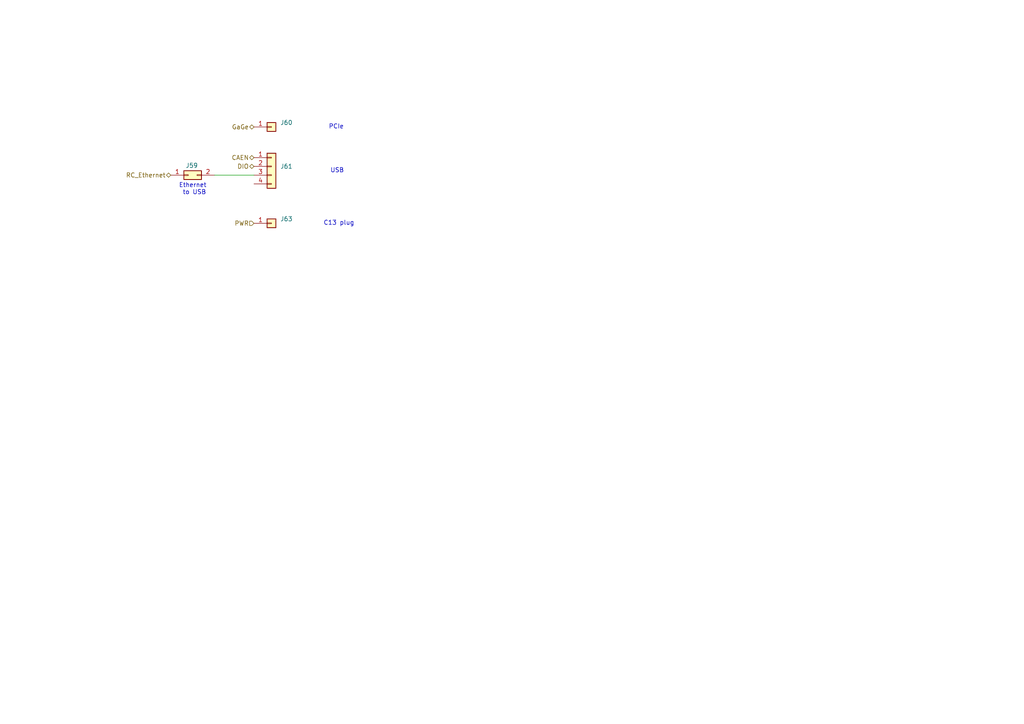
<source format=kicad_sch>
(kicad_sch
	(version 20231120)
	(generator "eeschema")
	(generator_version "8.0")
	(uuid "8cae4005-0ae3-4d84-af48-d4f809c617c9")
	(paper "A4")
	(title_block
		(title "Instrumentation wiring drawing")
		(date "2024-06-21")
		(company "SBC")
		(comment 1 "Zhiheng Sheng")
	)
	(lib_symbols
		(symbol "Connector_Generic:Conn_01x01"
			(pin_names
				(offset 1.016) hide)
			(exclude_from_sim no)
			(in_bom yes)
			(on_board yes)
			(property "Reference" "J"
				(at 0 2.54 0)
				(effects
					(font
						(size 1.27 1.27)
					)
				)
			)
			(property "Value" "Conn_01x01"
				(at 0 -2.54 0)
				(effects
					(font
						(size 1.27 1.27)
					)
				)
			)
			(property "Footprint" ""
				(at 0 0 0)
				(effects
					(font
						(size 1.27 1.27)
					)
					(hide yes)
				)
			)
			(property "Datasheet" "~"
				(at 0 0 0)
				(effects
					(font
						(size 1.27 1.27)
					)
					(hide yes)
				)
			)
			(property "Description" "Generic connector, single row, 01x01, script generated (kicad-library-utils/schlib/autogen/connector/)"
				(at 0 0 0)
				(effects
					(font
						(size 1.27 1.27)
					)
					(hide yes)
				)
			)
			(property "ki_keywords" "connector"
				(at 0 0 0)
				(effects
					(font
						(size 1.27 1.27)
					)
					(hide yes)
				)
			)
			(property "ki_fp_filters" "Connector*:*_1x??_*"
				(at 0 0 0)
				(effects
					(font
						(size 1.27 1.27)
					)
					(hide yes)
				)
			)
			(symbol "Conn_01x01_1_1"
				(rectangle
					(start -1.27 0.127)
					(end 0 -0.127)
					(stroke
						(width 0.1524)
						(type default)
					)
					(fill
						(type none)
					)
				)
				(rectangle
					(start -1.27 1.27)
					(end 1.27 -1.27)
					(stroke
						(width 0.254)
						(type default)
					)
					(fill
						(type background)
					)
				)
				(pin passive line
					(at -5.08 0 0)
					(length 3.81)
					(name "Pin_1"
						(effects
							(font
								(size 1.27 1.27)
							)
						)
					)
					(number "1"
						(effects
							(font
								(size 1.27 1.27)
							)
						)
					)
				)
			)
		)
		(symbol "Connector_Generic:Conn_01x04"
			(pin_names
				(offset 1.016) hide)
			(exclude_from_sim no)
			(in_bom yes)
			(on_board yes)
			(property "Reference" "J"
				(at 0 5.08 0)
				(effects
					(font
						(size 1.27 1.27)
					)
				)
			)
			(property "Value" "Conn_01x04"
				(at 0 -7.62 0)
				(effects
					(font
						(size 1.27 1.27)
					)
				)
			)
			(property "Footprint" ""
				(at 0 0 0)
				(effects
					(font
						(size 1.27 1.27)
					)
					(hide yes)
				)
			)
			(property "Datasheet" "~"
				(at 0 0 0)
				(effects
					(font
						(size 1.27 1.27)
					)
					(hide yes)
				)
			)
			(property "Description" "Generic connector, single row, 01x04, script generated (kicad-library-utils/schlib/autogen/connector/)"
				(at 0 0 0)
				(effects
					(font
						(size 1.27 1.27)
					)
					(hide yes)
				)
			)
			(property "ki_keywords" "connector"
				(at 0 0 0)
				(effects
					(font
						(size 1.27 1.27)
					)
					(hide yes)
				)
			)
			(property "ki_fp_filters" "Connector*:*_1x??_*"
				(at 0 0 0)
				(effects
					(font
						(size 1.27 1.27)
					)
					(hide yes)
				)
			)
			(symbol "Conn_01x04_1_1"
				(rectangle
					(start -1.27 -4.953)
					(end 0 -5.207)
					(stroke
						(width 0.1524)
						(type default)
					)
					(fill
						(type none)
					)
				)
				(rectangle
					(start -1.27 -2.413)
					(end 0 -2.667)
					(stroke
						(width 0.1524)
						(type default)
					)
					(fill
						(type none)
					)
				)
				(rectangle
					(start -1.27 0.127)
					(end 0 -0.127)
					(stroke
						(width 0.1524)
						(type default)
					)
					(fill
						(type none)
					)
				)
				(rectangle
					(start -1.27 2.667)
					(end 0 2.413)
					(stroke
						(width 0.1524)
						(type default)
					)
					(fill
						(type none)
					)
				)
				(rectangle
					(start -1.27 3.81)
					(end 1.27 -6.35)
					(stroke
						(width 0.254)
						(type default)
					)
					(fill
						(type background)
					)
				)
				(pin passive line
					(at -5.08 2.54 0)
					(length 3.81)
					(name "Pin_1"
						(effects
							(font
								(size 1.27 1.27)
							)
						)
					)
					(number "1"
						(effects
							(font
								(size 1.27 1.27)
							)
						)
					)
				)
				(pin passive line
					(at -5.08 0 0)
					(length 3.81)
					(name "Pin_2"
						(effects
							(font
								(size 1.27 1.27)
							)
						)
					)
					(number "2"
						(effects
							(font
								(size 1.27 1.27)
							)
						)
					)
				)
				(pin passive line
					(at -5.08 -2.54 0)
					(length 3.81)
					(name "Pin_3"
						(effects
							(font
								(size 1.27 1.27)
							)
						)
					)
					(number "3"
						(effects
							(font
								(size 1.27 1.27)
							)
						)
					)
				)
				(pin passive line
					(at -5.08 -5.08 0)
					(length 3.81)
					(name "Pin_4"
						(effects
							(font
								(size 1.27 1.27)
							)
						)
					)
					(number "4"
						(effects
							(font
								(size 1.27 1.27)
							)
						)
					)
				)
			)
		)
		(symbol "Connector_Generic:Conn_02x01"
			(pin_names
				(offset 1.016) hide)
			(exclude_from_sim no)
			(in_bom yes)
			(on_board yes)
			(property "Reference" "J"
				(at 1.27 2.54 0)
				(effects
					(font
						(size 1.27 1.27)
					)
				)
			)
			(property "Value" "Conn_02x01"
				(at 1.27 -2.54 0)
				(effects
					(font
						(size 1.27 1.27)
					)
				)
			)
			(property "Footprint" ""
				(at 0 0 0)
				(effects
					(font
						(size 1.27 1.27)
					)
					(hide yes)
				)
			)
			(property "Datasheet" "~"
				(at 0 0 0)
				(effects
					(font
						(size 1.27 1.27)
					)
					(hide yes)
				)
			)
			(property "Description" "Generic connector, double row, 02x01, this symbol is compatible with counter-clockwise, top-bottom and odd-even numbering schemes., script generated (kicad-library-utils/schlib/autogen/connector/)"
				(at 0 0 0)
				(effects
					(font
						(size 1.27 1.27)
					)
					(hide yes)
				)
			)
			(property "ki_keywords" "connector"
				(at 0 0 0)
				(effects
					(font
						(size 1.27 1.27)
					)
					(hide yes)
				)
			)
			(property "ki_fp_filters" "Connector*:*_2x??_*"
				(at 0 0 0)
				(effects
					(font
						(size 1.27 1.27)
					)
					(hide yes)
				)
			)
			(symbol "Conn_02x01_1_1"
				(rectangle
					(start -1.27 0.127)
					(end 0 -0.127)
					(stroke
						(width 0.1524)
						(type default)
					)
					(fill
						(type none)
					)
				)
				(rectangle
					(start -1.27 1.27)
					(end 3.81 -1.27)
					(stroke
						(width 0.254)
						(type default)
					)
					(fill
						(type background)
					)
				)
				(rectangle
					(start 3.81 0.127)
					(end 2.54 -0.127)
					(stroke
						(width 0.1524)
						(type default)
					)
					(fill
						(type none)
					)
				)
				(pin passive line
					(at -5.08 0 0)
					(length 3.81)
					(name "Pin_1"
						(effects
							(font
								(size 1.27 1.27)
							)
						)
					)
					(number "1"
						(effects
							(font
								(size 1.27 1.27)
							)
						)
					)
				)
				(pin passive line
					(at 7.62 0 180)
					(length 3.81)
					(name "Pin_2"
						(effects
							(font
								(size 1.27 1.27)
							)
						)
					)
					(number "2"
						(effects
							(font
								(size 1.27 1.27)
							)
						)
					)
				)
			)
		)
	)
	(wire
		(pts
			(xy 62.23 50.8) (xy 73.66 50.8)
		)
		(stroke
			(width 0)
			(type default)
		)
		(uuid "14302bb1-c1d7-4b84-8809-475667eba158")
	)
	(text "PCIe"
		(exclude_from_sim no)
		(at 97.536 36.83 0)
		(effects
			(font
				(size 1.27 1.27)
			)
		)
		(uuid "644b0a73-caed-470c-8b03-a06bee98e17c")
	)
	(text "Ethernet \nto USB"
		(exclude_from_sim no)
		(at 56.388 54.864 0)
		(effects
			(font
				(size 1.27 1.27)
			)
		)
		(uuid "6bf31178-9af1-436d-8680-3d87bb8f130b")
	)
	(text "USB"
		(exclude_from_sim no)
		(at 97.79 49.53 0)
		(effects
			(font
				(size 1.27 1.27)
			)
		)
		(uuid "a49fd60c-36fc-4e51-b6d6-48c435277332")
	)
	(text "C13 plug"
		(exclude_from_sim no)
		(at 98.298 64.77 0)
		(effects
			(font
				(size 1.27 1.27)
			)
		)
		(uuid "cf0949c1-a703-4f27-b746-8f09b6f2ed23")
	)
	(hierarchical_label "PWR"
		(shape input)
		(at 73.66 64.77 180)
		(fields_autoplaced yes)
		(effects
			(font
				(size 1.27 1.27)
			)
			(justify right)
		)
		(uuid "2ff37bea-88e7-4a53-a7c3-02157a57694c")
	)
	(hierarchical_label "CAEN"
		(shape bidirectional)
		(at 73.66 45.72 180)
		(fields_autoplaced yes)
		(effects
			(font
				(size 1.27 1.27)
			)
			(justify right)
		)
		(uuid "4ea3b10d-ec02-45b4-aa8d-ba46dfb94160")
	)
	(hierarchical_label "DIO"
		(shape bidirectional)
		(at 73.66 48.26 180)
		(fields_autoplaced yes)
		(effects
			(font
				(size 1.27 1.27)
			)
			(justify right)
		)
		(uuid "9c93305d-611a-4d23-828f-2b06896c5bca")
	)
	(hierarchical_label "GaGe"
		(shape bidirectional)
		(at 73.66 36.83 180)
		(fields_autoplaced yes)
		(effects
			(font
				(size 1.27 1.27)
			)
			(justify right)
		)
		(uuid "d63baa11-5724-4bf7-852e-97afb4bdf74d")
	)
	(hierarchical_label "RC_Ethernet"
		(shape bidirectional)
		(at 49.53 50.8 180)
		(fields_autoplaced yes)
		(effects
			(font
				(size 1.27 1.27)
			)
			(justify right)
		)
		(uuid "d76450af-e11b-46b9-b337-2563ea9263d1")
	)
	(symbol
		(lib_id "Connector_Generic:Conn_01x01")
		(at 78.74 64.77 0)
		(unit 1)
		(exclude_from_sim no)
		(in_bom yes)
		(on_board yes)
		(dnp no)
		(fields_autoplaced yes)
		(uuid "1b17d711-02be-409d-b9e6-c0264615e21c")
		(property "Reference" "J63"
			(at 81.28 63.4999 0)
			(effects
				(font
					(size 1.27 1.27)
				)
				(justify left)
			)
		)
		(property "Value" "Conn_01x01"
			(at 81.28 66.0399 0)
			(effects
				(font
					(size 1.27 1.27)
				)
				(justify left)
				(hide yes)
			)
		)
		(property "Footprint" ""
			(at 78.74 64.77 0)
			(effects
				(font
					(size 1.27 1.27)
				)
				(hide yes)
			)
		)
		(property "Datasheet" "~"
			(at 78.74 64.77 0)
			(effects
				(font
					(size 1.27 1.27)
				)
				(hide yes)
			)
		)
		(property "Description" "Generic connector, single row, 01x01, script generated (kicad-library-utils/schlib/autogen/connector/)"
			(at 78.74 64.77 0)
			(effects
				(font
					(size 1.27 1.27)
				)
				(hide yes)
			)
		)
		(pin "1"
			(uuid "38cb9d37-80e8-4e79-8d38-0b15b520db5f")
		)
		(instances
			(project ""
				(path "/33b0be37-4aa5-415a-8914-5441d29c7862/22e05960-1e32-4e7e-977b-a6c927976b27/8cace286-c121-4949-aeee-8d3608c3d776"
					(reference "J63")
					(unit 1)
				)
			)
		)
	)
	(symbol
		(lib_id "Connector_Generic:Conn_01x01")
		(at 78.74 36.83 0)
		(unit 1)
		(exclude_from_sim no)
		(in_bom yes)
		(on_board yes)
		(dnp no)
		(fields_autoplaced yes)
		(uuid "486f223d-bf9b-45c6-bb59-146fe466f8e7")
		(property "Reference" "J60"
			(at 81.28 35.5599 0)
			(effects
				(font
					(size 1.27 1.27)
				)
				(justify left)
			)
		)
		(property "Value" "Conn_01x01"
			(at 81.28 38.0999 0)
			(effects
				(font
					(size 1.27 1.27)
				)
				(justify left)
				(hide yes)
			)
		)
		(property "Footprint" ""
			(at 78.74 36.83 0)
			(effects
				(font
					(size 1.27 1.27)
				)
				(hide yes)
			)
		)
		(property "Datasheet" "~"
			(at 78.74 36.83 0)
			(effects
				(font
					(size 1.27 1.27)
				)
				(hide yes)
			)
		)
		(property "Description" "Generic connector, single row, 01x01, script generated (kicad-library-utils/schlib/autogen/connector/)"
			(at 78.74 36.83 0)
			(effects
				(font
					(size 1.27 1.27)
				)
				(hide yes)
			)
		)
		(pin "1"
			(uuid "b1b62e20-0aca-496b-87ce-81817dc2f00e")
		)
		(instances
			(project "instrumentation_wiring"
				(path "/33b0be37-4aa5-415a-8914-5441d29c7862/22e05960-1e32-4e7e-977b-a6c927976b27/8cace286-c121-4949-aeee-8d3608c3d776"
					(reference "J60")
					(unit 1)
				)
			)
		)
	)
	(symbol
		(lib_id "Connector_Generic:Conn_02x01")
		(at 54.61 50.8 0)
		(unit 1)
		(exclude_from_sim no)
		(in_bom yes)
		(on_board yes)
		(dnp no)
		(uuid "93d3109a-31e2-46f1-9f39-98dc57de38a3")
		(property "Reference" "J59"
			(at 55.626 48.006 0)
			(effects
				(font
					(size 1.27 1.27)
				)
			)
		)
		(property "Value" "Conn_02x01"
			(at 55.88 46.99 0)
			(effects
				(font
					(size 1.27 1.27)
				)
				(hide yes)
			)
		)
		(property "Footprint" ""
			(at 54.61 50.8 0)
			(effects
				(font
					(size 1.27 1.27)
				)
				(hide yes)
			)
		)
		(property "Datasheet" "~"
			(at 54.61 50.8 0)
			(effects
				(font
					(size 1.27 1.27)
				)
				(hide yes)
			)
		)
		(property "Description" "Generic connector, double row, 02x01, this symbol is compatible with counter-clockwise, top-bottom and odd-even numbering schemes., script generated (kicad-library-utils/schlib/autogen/connector/)"
			(at 54.61 50.8 0)
			(effects
				(font
					(size 1.27 1.27)
				)
				(hide yes)
			)
		)
		(pin "1"
			(uuid "0b8e7781-04a6-483e-b344-e9c94dce3225")
		)
		(pin "2"
			(uuid "33679943-3624-42fb-b358-646a1d2488e8")
		)
		(instances
			(project "instrumentation_wiring"
				(path "/33b0be37-4aa5-415a-8914-5441d29c7862/22e05960-1e32-4e7e-977b-a6c927976b27/8cace286-c121-4949-aeee-8d3608c3d776"
					(reference "J59")
					(unit 1)
				)
			)
		)
	)
	(symbol
		(lib_id "Connector_Generic:Conn_01x04")
		(at 78.74 48.26 0)
		(unit 1)
		(exclude_from_sim no)
		(in_bom yes)
		(on_board yes)
		(dnp no)
		(fields_autoplaced yes)
		(uuid "ce2dec1a-0f83-4a6f-92ac-c4addba5b249")
		(property "Reference" "J61"
			(at 81.28 48.2599 0)
			(effects
				(font
					(size 1.27 1.27)
				)
				(justify left)
			)
		)
		(property "Value" "Conn_01x04"
			(at 81.28 50.7999 0)
			(effects
				(font
					(size 1.27 1.27)
				)
				(justify left)
				(hide yes)
			)
		)
		(property "Footprint" ""
			(at 78.74 48.26 0)
			(effects
				(font
					(size 1.27 1.27)
				)
				(hide yes)
			)
		)
		(property "Datasheet" "~"
			(at 78.74 48.26 0)
			(effects
				(font
					(size 1.27 1.27)
				)
				(hide yes)
			)
		)
		(property "Description" "Generic connector, single row, 01x04, script generated (kicad-library-utils/schlib/autogen/connector/)"
			(at 78.74 48.26 0)
			(effects
				(font
					(size 1.27 1.27)
				)
				(hide yes)
			)
		)
		(pin "1"
			(uuid "0500e756-3690-484d-83ac-7e8c10397474")
		)
		(pin "4"
			(uuid "07459435-0b03-4eeb-ac44-abcbe363a0ea")
		)
		(pin "2"
			(uuid "9a37f9f9-ee90-4366-87ae-671797c1fca2")
		)
		(pin "3"
			(uuid "668ca0bc-e696-4cdb-a0c2-3f6aa9f6e09e")
		)
		(instances
			(project "instrumentation_wiring"
				(path "/33b0be37-4aa5-415a-8914-5441d29c7862/22e05960-1e32-4e7e-977b-a6c927976b27/8cace286-c121-4949-aeee-8d3608c3d776"
					(reference "J61")
					(unit 1)
				)
			)
		)
	)
)

</source>
